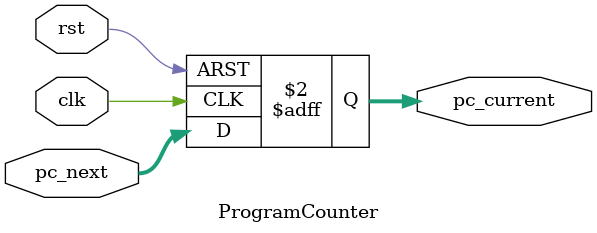
<source format=v>
`timescale 1ns / 1ps
module ProgramCounter(
    input clk,
    input rst,
    input [15:0] pc_next,
    output reg [15:0] pc_current
);
always @ (posedge clk or posedge rst)
begin
    if (rst) begin
        pc_current <= 16'h0;
    end else begin
        pc_current <= pc_next;
    end
end

endmodule
</source>
